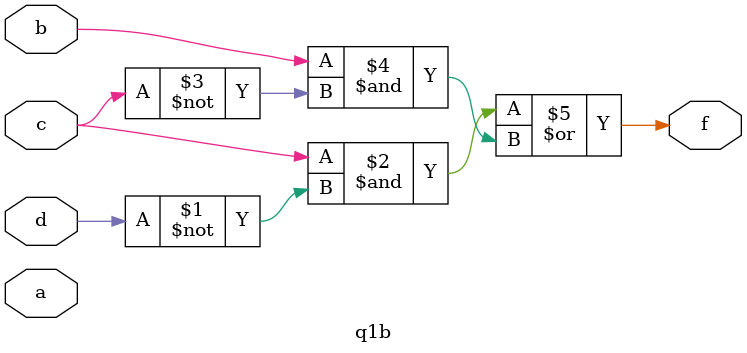
<source format=v>
module q1b(a, b, c, d, f);
input a, b, c, d;
output f;

assign f = (c & (~d)) | (b & (~c));
endmodule

</source>
